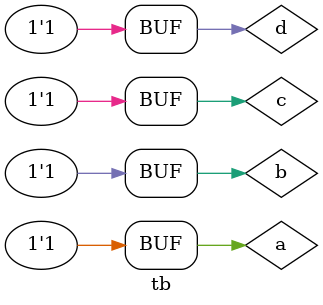
<source format=v>
/*inputs(a,b,c,d) =  input		 output

										0000(0)      1
										0010(2) 	   0
										0001(1)   	 1
										0011(3)    	 0
										0100(4)    	 1
										0101(5)    	 0
										0110(6)    	 1
										0111(7)    	 0
										1000(8)   	 1
										1010(10)   	 0
										1001(9)   	 1
										1011(11)   	 0
										1100(12)   	 1
										1111(15)   	 0
										*/

module tb();

	reg a, b, c, d;
	wire func_out1, func_out2;

//instantiating module maxterm
	maxterm dut2(.a(a), .b(b), .c(c), .d(d), .func_max(func_out2));

//task to load values
	task load(input [3:0] inp);
	begin
		{a,b,c,d} = inp;
	end
	endtask

	task delay(input integer del);
	begin
		#del;
	end
	endtask

	initial begin

		load(4'd0);
		delay(5);
		load(4'd2);
		delay(5);
		load(4'd1);
		delay(5);
		load(4'd3);
		delay(5);
		load(4'd4);
		delay(5);
		load(4'd5);
		delay(5);
		load(4'd6);
		delay(5);
		load(4'd7);
		delay(5);
		load(4'd8);
		delay(5);
		load(4'd10);
		delay(5);
		load(4'd9);
		delay(5);
		load(4'd11);
		delay(5);
		load(4'd12);
		delay(5);
		load(4'd15);
		delay(5);

	end

	initial begin
		$dumpfile("dump.vcd");
		$dumpvars;
	end

endmodule

</source>
